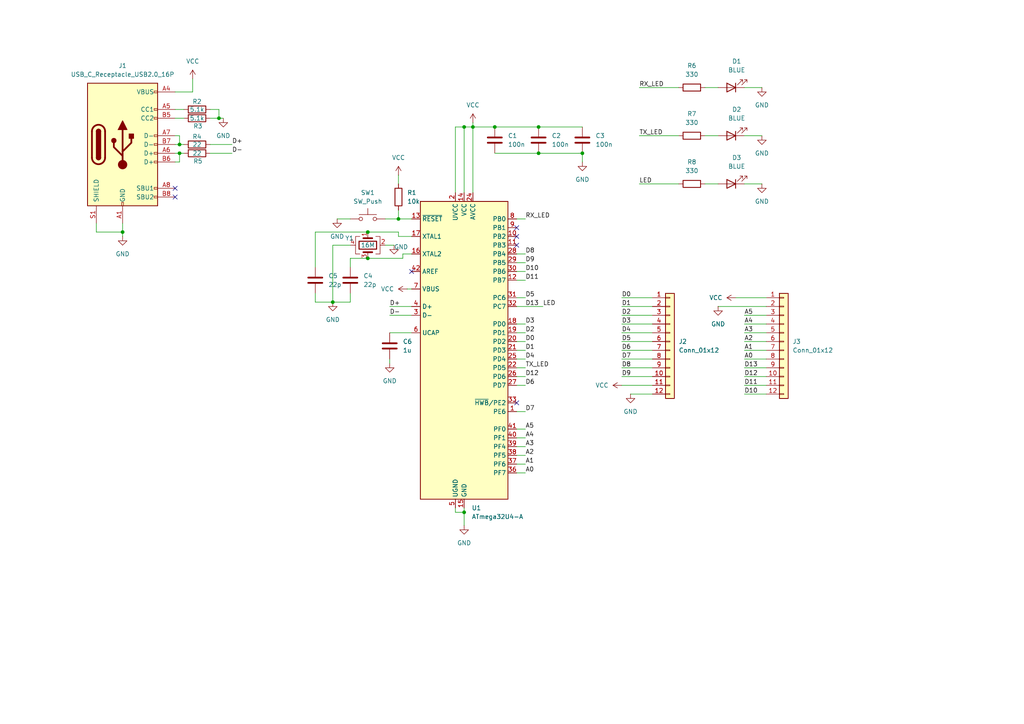
<source format=kicad_sch>
(kicad_sch (version 20231120) (generator "eeschema") (generator_version "8.0")
  (paper "A4")
  (lib_symbols
    (symbol "Connector:USB_C_Receptacle_USB2.0_16P" (pin_names (offset 1.016))
      (property "Reference" "J" (at 0 22.225 0))
      (property "Value" "USB_C_Receptacle_USB2.0_16P" (at 0 19.685 0))
      (symbol "USB_C_Receptacle_USB2.0_16P_0_0"
        (rectangle (start -0.254 -17.78) (end 0.254 -16.764))
        (rectangle (start 10.16 -14.986) (end 9.144 -15.494))
        (rectangle (start 10.16 -12.446) (end 9.144 -12.954))
        (rectangle (start 10.16 -4.826) (end 9.144 -5.334))
        (rectangle (start 10.16 -2.286) (end 9.144 -2.794))
        (rectangle (start 10.16 0.254) (end 9.144 -0.254))
        (rectangle (start 10.16 2.794) (end 9.144 2.286))
        (rectangle (start 10.16 7.874) (end 9.144 7.366))
        (rectangle (start 10.16 10.414) (end 9.144 9.906))
        (rectangle (start 10.16 15.494) (end 9.144 14.986))
      )
      (symbol "USB_C_Receptacle_USB2.0_16P_0_1"
        (rectangle (start -10.16 17.78) (end 10.16 -17.78) (stroke (width 0.254)) (fill (type background)))
        (arc (start -8.89 -3.81) (mid -6.985 -5.7067) (end -5.08 -3.81) (stroke (width 0.508)))
        (arc (start -7.62 -3.81) (mid -6.985 -4.4423) (end -6.35 -3.81) (stroke (width 0.254)))
        (arc (start -7.62 -3.81) (mid -6.985 -4.4423) (end -6.35 -3.81) (stroke (width 0.254)) (fill (type outline)))
        (rectangle (start -7.62 -3.81) (end -6.35 3.81) (stroke (width 0.254)) (fill (type outline)))
        (arc (start -6.35 3.81) (mid -6.985 4.4423) (end -7.62 3.81) (stroke (width 0.254)))
        (arc (start -6.35 3.81) (mid -6.985 4.4423) (end -7.62 3.81) (stroke (width 0.254)) (fill (type outline)))
        (arc (start -5.08 3.81) (mid -6.985 5.7067) (end -8.89 3.81) (stroke (width 0.508)))
        (circle (center -2.54 1.143) (radius 0.635) (stroke (width 0.254)) (fill (type outline)))
        (circle (center 0 -5.842) (radius 1.27) (fill (type outline)))
        (polyline (pts (xy -8.89 -3.81) (xy -8.89 3.81)) (stroke (width 0.508)))
        (polyline (pts (xy -5.08 3.81) (xy -5.08 -3.81)) (stroke (width 0.508)))
        (polyline (pts (xy 0 -5.842) (xy 0 4.318)) (stroke (width 0.508)))
        (polyline (pts (xy 0 -3.302) (xy -2.54 -0.762) (xy -2.54 0.508)) (stroke (width 0.508)))
        (polyline (pts (xy 0 -2.032) (xy 2.54 0.508) (xy 2.54 1.778)) (stroke (width 0.508)))
        (polyline (pts (xy -1.27 4.318) (xy 0 6.858) (xy 1.27 4.318) (xy -1.27 4.318)) (stroke (width 0.254)) (fill (type outline)))
        (rectangle (start 1.905 1.778) (end 3.175 3.048) (stroke (width 0.254)) (fill (type outline)))
      )
      (symbol "USB_C_Receptacle_USB2.0_16P_1_1"
        (pin passive line (at 0 -22.86 90) (length 5.08) (name "GND") (number "A1"))
        (pin passive line (at 0 -22.86 90) (length 5.08) hide (name "GND") (number "A12"))
        (pin passive line (at 15.24 15.24 180) (length 5.08) (name "VBUS") (number "A4"))
        (pin bidirectional line (at 15.24 10.16 180) (length 5.08) (name "CC1") (number "A5"))
        (pin bidirectional line (at 15.24 -2.54 180) (length 5.08) (name "D+") (number "A6"))
        (pin bidirectional line (at 15.24 2.54 180) (length 5.08) (name "D-") (number "A7"))
        (pin bidirectional line (at 15.24 -12.7 180) (length 5.08) (name "SBU1") (number "A8"))
        (pin passive line (at 15.24 15.24 180) (length 5.08) hide (name "VBUS") (number "A9"))
        (pin passive line (at 0 -22.86 90) (length 5.08) hide (name "GND") (number "B1"))
        (pin passive line (at 0 -22.86 90) (length 5.08) hide (name "GND") (number "B12"))
        (pin passive line (at 15.24 15.24 180) (length 5.08) hide (name "VBUS") (number "B4"))
        (pin bidirectional line (at 15.24 7.62 180) (length 5.08) (name "CC2") (number "B5"))
        (pin bidirectional line (at 15.24 -5.08 180) (length 5.08) (name "D+") (number "B6"))
        (pin bidirectional line (at 15.24 0 180) (length 5.08) (name "D-") (number "B7"))
        (pin bidirectional line (at 15.24 -15.24 180) (length 5.08) (name "SBU2") (number "B8"))
        (pin passive line (at 15.24 15.24 180) (length 5.08) hide (name "VBUS") (number "B9"))
        (pin passive line (at -7.62 -22.86 90) (length 5.08) (name "SHIELD") (number "S1"))
      )
    )
    (symbol "Connector_Generic:Conn_01x12" (pin_names (offset 1.016) hide)
      (property "Reference" "J" (at 0 15.24 0))
      (property "Value" "Conn_01x12" (at 0 -17.78 0))
      (symbol "Conn_01x12_1_1"
        (rectangle (start -1.27 -15.113) (end 0 -15.367) (stroke (width 0.1524)))
        (rectangle (start -1.27 -12.573) (end 0 -12.827) (stroke (width 0.1524)))
        (rectangle (start -1.27 -10.033) (end 0 -10.287) (stroke (width 0.1524)))
        (rectangle (start -1.27 -7.493) (end 0 -7.747) (stroke (width 0.1524)))
        (rectangle (start -1.27 -4.953) (end 0 -5.207) (stroke (width 0.1524)))
        (rectangle (start -1.27 -2.413) (end 0 -2.667) (stroke (width 0.1524)))
        (rectangle (start -1.27 0.127) (end 0 -0.127) (stroke (width 0.1524)))
        (rectangle (start -1.27 2.667) (end 0 2.413) (stroke (width 0.1524)))
        (rectangle (start -1.27 5.207) (end 0 4.953) (stroke (width 0.1524)))
        (rectangle (start -1.27 7.747) (end 0 7.493) (stroke (width 0.1524)))
        (rectangle (start -1.27 10.287) (end 0 10.033) (stroke (width 0.1524)))
        (rectangle (start -1.27 12.827) (end 0 12.573) (stroke (width 0.1524)))
        (rectangle (start -1.27 13.97) (end 1.27 -16.51) (stroke (width 0.254)) (fill (type background)))
        (pin passive line (at -5.08 12.7 0) (length 3.81) (name "Pin_1") (number "1"))
        (pin passive line (at -5.08 -10.16 0) (length 3.81) (name "Pin_10") (number "10"))
        (pin passive line (at -5.08 -12.7 0) (length 3.81) (name "Pin_11") (number "11"))
        (pin passive line (at -5.08 -15.24 0) (length 3.81) (name "Pin_12") (number "12"))
        (pin passive line (at -5.08 10.16 0) (length 3.81) (name "Pin_2") (number "2"))
        (pin passive line (at -5.08 7.62 0) (length 3.81) (name "Pin_3") (number "3"))
        (pin passive line (at -5.08 5.08 0) (length 3.81) (name "Pin_4") (number "4"))
        (pin passive line (at -5.08 2.54 0) (length 3.81) (name "Pin_5") (number "5"))
        (pin passive line (at -5.08 0 0) (length 3.81) (name "Pin_6") (number "6"))
        (pin passive line (at -5.08 -2.54 0) (length 3.81) (name "Pin_7") (number "7"))
        (pin passive line (at -5.08 -5.08 0) (length 3.81) (name "Pin_8") (number "8"))
        (pin passive line (at -5.08 -7.62 0) (length 3.81) (name "Pin_9") (number "9"))
      )
    )
    (symbol "Device:C" (pin_numbers hide) (pin_names (offset 0.254))
      (property "Reference" "C" (at 0.635 2.54 0))
      (property "Value" "C" (at 0.635 -2.54 0))
      (symbol "C_0_1"
        (polyline (pts (xy -2.032 -0.762) (xy 2.032 -0.762)) (stroke (width 0.508)))
        (polyline (pts (xy -2.032 0.762) (xy 2.032 0.762)) (stroke (width 0.508)))
      )
      (symbol "C_1_1"
        (pin passive line (at 0 3.81 270) (length 2.794) (name "~") (number "1"))
        (pin passive line (at 0 -3.81 90) (length 2.794) (name "~") (number "2"))
      )
    )
    (symbol "Device:Crystal_GND24" (pin_names (offset 1.016) hide)
      (property "Reference" "Y" (at 3.175 5.08 0))
      (property "Value" "Crystal_GND24" (at 3.175 3.175 0))
      (symbol "Crystal_GND24_0_1"
        (rectangle (start -1.143 2.54) (end 1.143 -2.54) (stroke (width 0.3048)))
        (polyline (pts (xy -2.54 0) (xy -2.032 0)))
        (polyline (pts (xy -2.032 -1.27) (xy -2.032 1.27)) (stroke (width 0.508)))
        (polyline (pts (xy 0 -3.81) (xy 0 -3.556)))
        (polyline (pts (xy 0 3.556) (xy 0 3.81)))
        (polyline (pts (xy 2.032 -1.27) (xy 2.032 1.27)) (stroke (width 0.508)))
        (polyline (pts (xy 2.032 0) (xy 2.54 0)))
        (polyline (pts (xy -2.54 -2.286) (xy -2.54 -3.556) (xy 2.54 -3.556) (xy 2.54 -2.286)))
        (polyline (pts (xy -2.54 2.286) (xy -2.54 3.556) (xy 2.54 3.556) (xy 2.54 2.286)))
      )
      (symbol "Crystal_GND24_1_1"
        (pin passive line (at -3.81 0 0) (length 1.27) (name "1") (number "1"))
        (pin passive line (at 0 5.08 270) (length 1.27) (name "2") (number "2"))
        (pin passive line (at 3.81 0 180) (length 1.27) (name "3") (number "3"))
        (pin passive line (at 0 -5.08 90) (length 1.27) (name "4") (number "4"))
      )
    )
    (symbol "Device:LED" (pin_numbers hide) (pin_names (offset 1.016) hide)
      (property "Reference" "D" (at 0 2.54 0))
      (property "Value" "LED" (at 0 -2.54 0))
      (symbol "LED_0_1"
        (polyline (pts (xy -1.27 -1.27) (xy -1.27 1.27)) (stroke (width 0.254)))
        (polyline (pts (xy -1.27 0) (xy 1.27 0)))
        (polyline (pts (xy 1.27 -1.27) (xy 1.27 1.27) (xy -1.27 0) (xy 1.27 -1.27)) (stroke (width 0.254)))
        (polyline (pts (xy -3.048 -0.762) (xy -4.572 -2.286) (xy -3.81 -2.286) (xy -4.572 -2.286) (xy -4.572 -1.524)))
        (polyline (pts (xy -1.778 -0.762) (xy -3.302 -2.286) (xy -2.54 -2.286) (xy -3.302 -2.286) (xy -3.302 -1.524)))
      )
      (symbol "LED_1_1"
        (pin passive line (at -3.81 0 0) (length 2.54) (name "K") (number "1"))
        (pin passive line (at 3.81 0 180) (length 2.54) (name "A") (number "2"))
      )
    )
    (symbol "Device:R" (pin_numbers hide) (pin_names (offset 0))
      (property "Reference" "R" (at 2.032 0 90))
      (property "Value" "R" (at 0 0 90))
      (symbol "R_0_1"
        (rectangle (start -1.016 -2.54) (end 1.016 2.54) (stroke (width 0.254)))
      )
      (symbol "R_1_1"
        (pin passive line (at 0 3.81 270) (length 1.27) (name "~") (number "1"))
        (pin passive line (at 0 -3.81 90) (length 1.27) (name "~") (number "2"))
      )
    )
    (symbol "MCU_Microchip_ATmega:ATmega32U4-A"
      (property "Reference" "U" (at -12.7 44.45 0))
      (property "Value" "ATmega32U4-A" (at 2.54 -44.45 0))
      (symbol "ATmega32U4-A_0_1"
        (rectangle (start -12.7 -43.18) (end 12.7 43.18) (stroke (width 0.254)) (fill (type background)))
      )
      (symbol "ATmega32U4-A_1_1"
        (pin bidirectional line (at 15.24 -17.78 180) (length 2.54) (name "PE6") (number "1"))
        (pin bidirectional line (at 15.24 33.02 180) (length 2.54) (name "PB2") (number "10"))
        (pin bidirectional line (at 15.24 30.48 180) (length 2.54) (name "PB3") (number "11"))
        (pin bidirectional line (at 15.24 20.32 180) (length 2.54) (name "PB7") (number "12"))
        (pin input line (at -15.24 38.1 0) (length 2.54) (name "~{RESET}") (number "13"))
        (pin power_in line (at 0 45.72 270) (length 2.54) (name "VCC") (number "14"))
        (pin power_in line (at 0 -45.72 90) (length 2.54) (name "GND") (number "15"))
        (pin output line (at -15.24 27.94 0) (length 2.54) (name "XTAL2") (number "16"))
        (pin input line (at -15.24 33.02 0) (length 2.54) (name "XTAL1") (number "17"))
        (pin bidirectional line (at 15.24 7.62 180) (length 2.54) (name "PD0") (number "18"))
        (pin bidirectional line (at 15.24 5.08 180) (length 2.54) (name "PD1") (number "19"))
        (pin power_in line (at -2.54 45.72 270) (length 2.54) (name "UVCC") (number "2"))
        (pin bidirectional line (at 15.24 2.54 180) (length 2.54) (name "PD2") (number "20"))
        (pin bidirectional line (at 15.24 0 180) (length 2.54) (name "PD3") (number "21"))
        (pin bidirectional line (at 15.24 -5.08 180) (length 2.54) (name "PD5") (number "22"))
        (pin passive line (at 0 -45.72 90) (length 2.54) hide (name "GND") (number "23"))
        (pin power_in line (at 2.54 45.72 270) (length 2.54) (name "AVCC") (number "24"))
        (pin bidirectional line (at 15.24 -2.54 180) (length 2.54) (name "PD4") (number "25"))
        (pin bidirectional line (at 15.24 -7.62 180) (length 2.54) (name "PD6") (number "26"))
        (pin bidirectional line (at 15.24 -10.16 180) (length 2.54) (name "PD7") (number "27"))
        (pin bidirectional line (at 15.24 27.94 180) (length 2.54) (name "PB4") (number "28"))
        (pin bidirectional line (at 15.24 25.4 180) (length 2.54) (name "PB5") (number "29"))
        (pin bidirectional line (at -15.24 10.16 0) (length 2.54) (name "D-") (number "3"))
        (pin bidirectional line (at 15.24 22.86 180) (length 2.54) (name "PB6") (number "30"))
        (pin bidirectional line (at 15.24 15.24 180) (length 2.54) (name "PC6") (number "31"))
        (pin bidirectional line (at 15.24 12.7 180) (length 2.54) (name "PC7") (number "32"))
        (pin bidirectional line (at 15.24 -15.24 180) (length 2.54) (name "~{HWB}/PE2") (number "33"))
        (pin passive line (at 0 45.72 270) (length 2.54) hide (name "VCC") (number "34"))
        (pin passive line (at 0 -45.72 90) (length 2.54) hide (name "GND") (number "35"))
        (pin bidirectional line (at 15.24 -35.56 180) (length 2.54) (name "PF7") (number "36"))
        (pin bidirectional line (at 15.24 -33.02 180) (length 2.54) (name "PF6") (number "37"))
        (pin bidirectional line (at 15.24 -30.48 180) (length 2.54) (name "PF5") (number "38"))
        (pin bidirectional line (at 15.24 -27.94 180) (length 2.54) (name "PF4") (number "39"))
        (pin bidirectional line (at -15.24 12.7 0) (length 2.54) (name "D+") (number "4"))
        (pin bidirectional line (at 15.24 -25.4 180) (length 2.54) (name "PF1") (number "40"))
        (pin bidirectional line (at 15.24 -22.86 180) (length 2.54) (name "PF0") (number "41"))
        (pin passive line (at -15.24 22.86 0) (length 2.54) (name "AREF") (number "42"))
        (pin passive line (at 0 -45.72 90) (length 2.54) hide (name "GND") (number "43"))
        (pin passive line (at 2.54 45.72 270) (length 2.54) hide (name "AVCC") (number "44"))
        (pin passive line (at -2.54 -45.72 90) (length 2.54) (name "UGND") (number "5"))
        (pin passive line (at -15.24 5.08 0) (length 2.54) (name "UCAP") (number "6"))
        (pin input line (at -15.24 17.78 0) (length 2.54) (name "VBUS") (number "7"))
        (pin bidirectional line (at 15.24 38.1 180) (length 2.54) (name "PB0") (number "8"))
        (pin bidirectional line (at 15.24 35.56 180) (length 2.54) (name "PB1") (number "9"))
      )
    )
    (symbol "Switch:SW_Push" (pin_numbers hide) (pin_names (offset 1.016) hide)
      (property "Reference" "SW" (at 1.27 2.54 0))
      (property "Value" "SW_Push" (at 0 -1.524 0))
      (symbol "SW_Push_0_1"
        (circle (center -2.032 0) (radius 0.508))
        (polyline (pts (xy 0 1.27) (xy 0 3.048)))
        (polyline (pts (xy 2.54 1.27) (xy -2.54 1.27)))
        (circle (center 2.032 0) (radius 0.508))
        (pin passive line (at -5.08 0 0) (length 2.54) (name "1") (number "1"))
        (pin passive line (at 5.08 0 180) (length 2.54) (name "2") (number "2"))
      )
    )
    (symbol "power:GND" (power) (pin_numbers hide) (pin_names (offset 0) hide)
      (property "Value" "GND" (at 0 -3.81 0))
      (symbol "GND_0_1"
        (polyline (pts (xy 0 0) (xy 0 -1.27) (xy 1.27 -1.27) (xy 0 -2.54) (xy -1.27 -1.27) (xy 0 -1.27)))
      )
      (symbol "GND_1_1"
        (pin power_in line (at 0 0 270) (length 0) (name "~") (number "1"))
      )
    )
    (symbol "power:VCC" (power) (pin_numbers hide) (pin_names (offset 0) hide)
      (property "Value" "VCC" (at 0 3.556 0))
      (symbol "VCC_0_1"
        (polyline (pts (xy -0.762 1.27) (xy 0 2.54)))
        (polyline (pts (xy 0 0) (xy 0 2.54)))
        (polyline (pts (xy 0 2.54) (xy 0.762 1.27)))
      )
      (symbol "VCC_1_1"
        (pin power_in line (at 0 0 90) (length 0) (name "~") (number "1"))
      )
    )
  )
  (junction (at 137.16 36.83))
  (junction (at 35.56 67.31))
  (junction (at 168.91 44.45))
  (junction (at 134.62 36.83))
  (junction (at 63.5 34.29))
  (junction (at 156.21 36.83))
  (junction (at 134.62 148.59))
  (junction (at 106.68 74.93))
  (junction (at 156.21 44.45))
  (junction (at 143.51 36.83))
  (junction (at 52.07 41.91))
  (junction (at 115.57 63.5))
  (junction (at 52.07 44.45))
  (junction (at 96.52 87.63))
  (junction (at 106.68 67.31))
  (no_connect (at 149.86 71.12))
  (no_connect (at 149.86 66.04))
  (no_connect (at 119.38 78.74))
  (no_connect (at 149.86 116.84))
  (no_connect (at 50.8 57.15))
  (no_connect (at 149.86 68.58))
  (no_connect (at 50.8 54.61))
  (wire (pts (xy 215.9 109.22) (xy 222.25 109.22)))
  (wire (pts (xy 149.86 134.62) (xy 152.4 134.62)))
  (wire (pts (xy 97.79 63.5) (xy 101.6 63.5)))
  (wire (pts (xy 149.86 88.9) (xy 157.48 88.9)))
  (wire (pts (xy 96.52 87.63) (xy 101.6 87.63)))
  (wire (pts (xy 101.6 71.12) (xy 96.52 71.12)))
  (wire (pts (xy 52.07 39.37) (xy 52.07 41.91)))
  (wire (pts (xy 143.51 44.45) (xy 156.21 44.45)))
  (wire (pts (xy 168.91 44.45) (xy 168.91 46.99)))
  (wire (pts (xy 106.68 67.31) (xy 115.57 67.31)))
  (wire (pts (xy 149.86 101.6) (xy 152.4 101.6)))
  (wire (pts (xy 215.9 91.44) (xy 222.25 91.44)))
  (wire (pts (xy 101.6 74.93) (xy 101.6 77.47)))
  (wire (pts (xy 204.47 53.34) (xy 208.28 53.34)))
  (wire (pts (xy 149.86 104.14) (xy 152.4 104.14)))
  (wire (pts (xy 96.52 71.12) (xy 96.52 87.63)))
  (wire (pts (xy 115.57 63.5) (xy 115.57 60.96)))
  (wire (pts (xy 50.8 39.37) (xy 52.07 39.37)))
  (wire (pts (xy 185.42 25.4) (xy 196.85 25.4)))
  (wire (pts (xy 180.34 86.36) (xy 189.23 86.36)))
  (wire (pts (xy 213.36 86.36) (xy 222.25 86.36)))
  (wire (pts (xy 52.07 46.99) (xy 52.07 44.45)))
  (wire (pts (xy 111.76 71.12) (xy 114.3 71.12)))
  (wire (pts (xy 215.9 101.6) (xy 222.25 101.6)))
  (wire (pts (xy 132.08 55.88) (xy 132.08 36.83)))
  (wire (pts (xy 182.88 114.3) (xy 189.23 114.3)))
  (wire (pts (xy 180.34 104.14) (xy 189.23 104.14)))
  (wire (pts (xy 115.57 67.31) (xy 115.57 68.58)))
  (wire (pts (xy 149.86 78.74) (xy 152.4 78.74)))
  (wire (pts (xy 156.21 36.83) (xy 168.91 36.83)))
  (wire (pts (xy 115.57 50.8) (xy 115.57 53.34)))
  (wire (pts (xy 52.07 44.45) (xy 53.34 44.45)))
  (wire (pts (xy 149.86 73.66) (xy 152.4 73.66)))
  (wire (pts (xy 106.68 74.93) (xy 116.84 74.93)))
  (wire (pts (xy 149.86 127) (xy 152.4 127)))
  (wire (pts (xy 60.96 31.75) (xy 63.5 31.75)))
  (wire (pts (xy 91.44 85.09) (xy 91.44 87.63)))
  (wire (pts (xy 149.86 106.68) (xy 152.4 106.68)))
  (wire (pts (xy 204.47 25.4) (xy 208.28 25.4)))
  (wire (pts (xy 91.44 67.31) (xy 91.44 77.47)))
  (wire (pts (xy 208.28 88.9) (xy 222.25 88.9)))
  (wire (pts (xy 215.9 93.98) (xy 222.25 93.98)))
  (wire (pts (xy 149.86 99.06) (xy 152.4 99.06)))
  (wire (pts (xy 204.47 39.37) (xy 208.28 39.37)))
  (wire (pts (xy 113.03 88.9) (xy 119.38 88.9)))
  (wire (pts (xy 180.34 101.6) (xy 189.23 101.6)))
  (wire (pts (xy 27.94 64.77) (xy 27.94 67.31)))
  (wire (pts (xy 101.6 87.63) (xy 101.6 85.09)))
  (wire (pts (xy 180.34 88.9) (xy 189.23 88.9)))
  (wire (pts (xy 91.44 87.63) (xy 96.52 87.63)))
  (wire (pts (xy 149.86 81.28) (xy 152.4 81.28)))
  (wire (pts (xy 137.16 36.83) (xy 143.51 36.83)))
  (wire (pts (xy 27.94 67.31) (xy 35.56 67.31)))
  (wire (pts (xy 134.62 36.83) (xy 137.16 36.83)))
  (wire (pts (xy 50.8 46.99) (xy 52.07 46.99)))
  (wire (pts (xy 149.86 96.52) (xy 152.4 96.52)))
  (wire (pts (xy 118.11 83.82) (xy 119.38 83.82)))
  (wire (pts (xy 132.08 148.59) (xy 134.62 148.59)))
  (wire (pts (xy 149.86 109.22) (xy 152.4 109.22)))
  (wire (pts (xy 50.8 31.75) (xy 53.34 31.75)))
  (wire (pts (xy 180.34 91.44) (xy 189.23 91.44)))
  (wire (pts (xy 149.86 137.16) (xy 152.4 137.16)))
  (wire (pts (xy 215.9 111.76) (xy 222.25 111.76)))
  (wire (pts (xy 143.51 36.83) (xy 156.21 36.83)))
  (wire (pts (xy 91.44 67.31) (xy 106.68 67.31)))
  (wire (pts (xy 215.9 96.52) (xy 222.25 96.52)))
  (wire (pts (xy 132.08 36.83) (xy 134.62 36.83)))
  (wire (pts (xy 35.56 67.31) (xy 35.56 64.77)))
  (wire (pts (xy 132.08 147.32) (xy 132.08 148.59)))
  (wire (pts (xy 134.62 36.83) (xy 134.62 55.88)))
  (wire (pts (xy 149.86 124.46) (xy 152.4 124.46)))
  (wire (pts (xy 180.34 111.76) (xy 189.23 111.76)))
  (wire (pts (xy 215.9 25.4) (xy 220.98 25.4)))
  (wire (pts (xy 185.42 53.34) (xy 196.85 53.34)))
  (wire (pts (xy 134.62 147.32) (xy 134.62 148.59)))
  (wire (pts (xy 119.38 73.66) (xy 116.84 73.66)))
  (wire (pts (xy 55.88 26.67) (xy 55.88 22.86)))
  (wire (pts (xy 156.21 44.45) (xy 168.91 44.45)))
  (wire (pts (xy 180.34 106.68) (xy 189.23 106.68)))
  (wire (pts (xy 185.42 39.37) (xy 196.85 39.37)))
  (wire (pts (xy 149.86 132.08) (xy 152.4 132.08)))
  (wire (pts (xy 50.8 34.29) (xy 53.34 34.29)))
  (wire (pts (xy 60.96 41.91) (xy 67.31 41.91)))
  (wire (pts (xy 50.8 41.91) (xy 52.07 41.91)))
  (wire (pts (xy 149.86 129.54) (xy 152.4 129.54)))
  (wire (pts (xy 116.84 73.66) (xy 116.84 74.93)))
  (wire (pts (xy 60.96 34.29) (xy 63.5 34.29)))
  (wire (pts (xy 115.57 68.58) (xy 119.38 68.58)))
  (wire (pts (xy 215.9 53.34) (xy 220.98 53.34)))
  (wire (pts (xy 52.07 41.91) (xy 53.34 41.91)))
  (wire (pts (xy 180.34 99.06) (xy 189.23 99.06)))
  (wire (pts (xy 215.9 39.37) (xy 220.98 39.37)))
  (wire (pts (xy 63.5 31.75) (xy 63.5 34.29)))
  (wire (pts (xy 149.86 111.76) (xy 152.4 111.76)))
  (wire (pts (xy 215.9 104.14) (xy 222.25 104.14)))
  (wire (pts (xy 137.16 36.83) (xy 137.16 55.88)))
  (wire (pts (xy 215.9 106.68) (xy 222.25 106.68)))
  (wire (pts (xy 180.34 109.22) (xy 189.23 109.22)))
  (wire (pts (xy 113.03 91.44) (xy 119.38 91.44)))
  (wire (pts (xy 50.8 44.45) (xy 52.07 44.45)))
  (wire (pts (xy 149.86 63.5) (xy 152.4 63.5)))
  (wire (pts (xy 101.6 74.93) (xy 106.68 74.93)))
  (wire (pts (xy 215.9 114.3) (xy 222.25 114.3)))
  (wire (pts (xy 60.96 44.45) (xy 67.31 44.45)))
  (wire (pts (xy 113.03 96.52) (xy 119.38 96.52)))
  (wire (pts (xy 119.38 63.5) (xy 115.57 63.5)))
  (wire (pts (xy 137.16 35.56) (xy 137.16 36.83)))
  (wire (pts (xy 111.76 63.5) (xy 115.57 63.5)))
  (wire (pts (xy 35.56 67.31) (xy 35.56 68.58)))
  (wire (pts (xy 149.86 76.2) (xy 152.4 76.2)))
  (wire (pts (xy 134.62 148.59) (xy 134.62 152.4)))
  (wire (pts (xy 149.86 93.98) (xy 152.4 93.98)))
  (wire (pts (xy 149.86 119.38) (xy 152.4 119.38)))
  (wire (pts (xy 180.34 96.52) (xy 189.23 96.52)))
  (wire (pts (xy 113.03 104.14) (xy 113.03 105.41)))
  (wire (pts (xy 63.5 34.29) (xy 64.77 34.29)))
  (wire (pts (xy 149.86 86.36) (xy 152.4 86.36)))
  (wire (pts (xy 50.8 26.67) (xy 55.88 26.67)))
  (wire (pts (xy 215.9 99.06) (xy 222.25 99.06)))
  (wire (pts (xy 180.34 93.98) (xy 189.23 93.98)))
  (label "RX_LED" (at 152.4 63.5 0))
  (label "D0" (at 180.34 86.36 0))
  (label "D9" (at 180.34 109.22 0))
  (label "D6" (at 180.34 101.6 0))
  (label "LED" (at 157.48 88.9 0))
  (label "D1" (at 180.34 88.9 0))
  (label "D13" (at 152.4 88.9 0))
  (label "A0" (at 215.9 104.14 0))
  (label "D12" (at 215.9 109.22 0))
  (label "A1" (at 152.4 134.62 0))
  (label "D11" (at 152.4 81.28 0))
  (label "D2" (at 152.4 96.52 0))
  (label "D5" (at 152.4 86.36 0))
  (label "D10" (at 215.9 114.3 0))
  (label "D12" (at 152.4 109.22 0))
  (label "D4" (at 180.34 96.52 0))
  (label "A0" (at 152.4 137.16 0))
  (label "D5" (at 180.34 99.06 0))
  (label "D-" (at 113.03 91.44 0))
  (label "D7" (at 180.34 104.14 0))
  (label "D-" (at 67.31 44.45 0))
  (label "D3" (at 152.4 93.98 0))
  (label "D0" (at 152.4 99.06 0))
  (label "A4" (at 215.9 93.98 0))
  (label "TX_LED" (at 152.4 106.68 0))
  (label "TX_LED" (at 185.42 39.37 0))
  (label "D+" (at 67.31 41.91 0))
  (label "A3" (at 215.9 96.52 0))
  (label "A3" (at 152.4 129.54 0))
  (label "A5" (at 215.9 91.44 0))
  (label "D8" (at 180.34 106.68 0))
  (label "A4" (at 152.4 127 0))
  (label "A5" (at 152.4 124.46 0))
  (label "A2" (at 215.9 99.06 0))
  (label "D2" (at 180.34 91.44 0))
  (label "D8" (at 152.4 73.66 0))
  (label "A2" (at 152.4 132.08 0))
  (label "D4" (at 152.4 104.14 0))
  (label "D1" (at 152.4 101.6 0))
  (label "D+" (at 113.03 88.9 0))
  (label "LED" (at 185.42 53.34 0))
  (label "D10" (at 152.4 78.74 0))
  (label "D9" (at 152.4 76.2 0))
  (label "D7" (at 152.4 119.38 0))
  (label "D3" (at 180.34 93.98 0))
  (label "A1" (at 215.9 101.6 0))
  (label "D13" (at 215.9 106.68 0))
  (label "RX_LED" (at 185.42 25.4 0))
  (label "D6" (at 152.4 111.76 0))
  (label "D11" (at 215.9 111.76 0))
  (symbol (lib_id "Device:R") (at 57.15 34.29 90) (unit 1)
    (property "Reference" "R3" (at 57.404 36.576 90))
    (property "Value" "5.1k" (at 57.15 34.29 90))
    (property "Footprint" "Resistor_SMD:R_0402_1005Metric_Pad0.72x0.64mm_HandSolder" (effects (hide yes)))
    (property "Description" "Resistor" (effects (hide yes)))
  )
  (symbol (lib_id "power:GND") (at 182.88 114.3 0) (unit 1)
    (property "Reference" "#PWR013" (effects (hide yes)))
    (property "Value" "GND" (at 182.88 119.38 0))
    (property "Description" "Power symbol creates a global label with name \"GND\" , ground" (effects (hide yes)))
  )
  (symbol (lib_id "Device:C") (at 156.21 40.64 0) (unit 1)
    (property "Reference" "C2" (at 160.02 39.3699 0) (effects (justify left)))
    (property "Value" "100n" (at 160.02 41.9099 0) (effects (justify left)))
    (property "Footprint" "Capacitor_SMD:C_0402_1005Metric_Pad0.74x0.62mm_HandSolder" (effects (hide yes)))
    (property "Description" "Unpolarized capacitor" (effects (hide yes)))
  )
  (symbol (lib_id "power:VCC") (at 213.36 86.36 90) (unit 1)
    (property "Reference" "#PWR015" (effects (hide yes)))
    (property "Value" "VCC" (at 209.55 86.3599 90) (effects (justify left)))
    (property "Description" "Power symbol creates a global label with name \"VCC\"" (effects (hide yes)))
  )
  (symbol (lib_id "power:GND") (at 35.56 68.58 0) (unit 1)
    (property "Reference" "#PWR012" (effects (hide yes)))
    (property "Value" "GND" (at 35.56 73.66 0))
    (property "Description" "Power symbol creates a global label with name \"GND\" , ground" (effects (hide yes)))
  )
  (symbol (lib_id "power:GND") (at 134.62 152.4 0) (unit 1)
    (property "Reference" "#PWR04" (effects (hide yes)))
    (property "Value" "GND" (at 134.62 157.48 0))
    (property "Description" "Power symbol creates a global label with name \"GND\" , ground" (effects (hide yes)))
  )
  (symbol (lib_id "power:GND") (at 168.91 46.99 0) (unit 1)
    (property "Reference" "#PWR02" (effects (hide yes)))
    (property "Value" "GND" (at 168.91 52.07 0))
    (property "Description" "Power symbol creates a global label with name \"GND\" , ground" (effects (hide yes)))
  )
  (symbol (lib_id "Device:Crystal_GND24") (at 106.68 71.12 270) (unit 1)
    (property "Reference" "Y1" (at 101.346 69.088 90))
    (property "Value" "16M" (at 106.68 71.12 90))
    (property "Footprint" "Crystal:Crystal_SMD_2520-4Pin_2.5x2.0mm" (effects (hide yes)))
    (property "Description" "Four pin crystal, GND on pins 2 and 4" (effects (hide yes)))
  )
  (symbol (lib_id "power:GND") (at 220.98 25.4 0) (unit 1)
    (property "Reference" "#PWR017" (effects (hide yes)))
    (property "Value" "GND" (at 220.98 30.48 0))
    (property "Description" "Power symbol creates a global label with name \"GND\" , ground" (effects (hide yes)))
  )
  (symbol (lib_id "power:GND") (at 114.3 71.12 0) (unit 1)
    (property "Reference" "#PWR07" (effects (hide yes)))
    (property "Value" "GND" (at 116.332 71.628 0))
    (property "Description" "Power symbol creates a global label with name \"GND\" , ground" (effects (hide yes)))
  )
  (symbol (lib_id "Device:LED") (at 212.09 25.4 180) (unit 1)
    (property "Reference" "D1" (at 213.6775 17.78 0))
    (property "Value" "BLUE" (at 213.6775 20.32 0))
    (property "Footprint" "LED_SMD:LED_0402_1005Metric" (effects (hide yes)))
    (property "Description" "Light emitting diode" (effects (hide yes)))
  )
  (symbol (lib_id "Connector:USB_C_Receptacle_USB2.0_16P") (at 35.56 41.91 0) (unit 1)
    (property "Reference" "J1" (at 35.56 19.05 0))
    (property "Value" "USB_C_Receptacle_USB2.0_16P" (at 35.56 21.59 0))
    (property "Footprint" "Connector_USB:USB_C_Receptacle_GCT_USB4105-xx-A_16P_TopMnt_Horizontal" (effects (hide yes)))
    (property "Datasheet" "https://www.usb.org/sites/default/files/documents/usb_type-c.zip" (effects (hide yes)))
    (property "Description" "USB 2.0-only 16P Type-C Receptacle connector" (effects (hide yes)))
  )
  (symbol (lib_id "Device:LED") (at 212.09 53.34 180) (unit 1)
    (property "Reference" "D3" (at 213.6775 45.72 0))
    (property "Value" "BLUE" (at 213.6775 48.26 0))
    (property "Footprint" "LED_SMD:LED_0402_1005Metric" (effects (hide yes)))
    (property "Description" "Light emitting diode" (effects (hide yes)))
  )
  (symbol (lib_id "power:GND") (at 97.79 63.5 0) (unit 1)
    (property "Reference" "#PWR05" (effects (hide yes)))
    (property "Value" "GND" (at 97.79 68.58 0))
    (property "Description" "Power symbol creates a global label with name \"GND\" , ground" (effects (hide yes)))
  )
  (symbol (lib_id "power:VCC") (at 55.88 22.86 0) (unit 1)
    (property "Reference" "#PWR010" (effects (hide yes)))
    (property "Value" "VCC" (at 55.88 17.78 0))
    (property "Description" "Power symbol creates a global label with name \"VCC\"" (effects (hide yes)))
  )
  (symbol (lib_id "power:VCC") (at 115.57 50.8 0) (unit 1)
    (property "Reference" "#PWR03" (effects (hide yes)))
    (property "Value" "VCC" (at 115.57 45.72 0))
    (property "Description" "Power symbol creates a global label with name \"VCC\"" (effects (hide yes)))
  )
  (symbol (lib_id "Device:C") (at 91.44 81.28 0) (unit 1)
    (property "Reference" "C5" (at 95.25 80.0099 0) (effects (justify left)))
    (property "Value" "22p" (at 95.25 82.5499 0) (effects (justify left)))
    (property "Footprint" "Capacitor_SMD:C_0402_1005Metric" (effects (hide yes)))
    (property "Description" "Unpolarized capacitor" (effects (hide yes)))
  )
  (symbol (lib_id "Device:C") (at 101.6 81.28 0) (unit 1)
    (property "Reference" "C4" (at 105.41 80.0099 0) (effects (justify left)))
    (property "Value" "22p" (at 105.41 82.5499 0) (effects (justify left)))
    (property "Footprint" "Capacitor_SMD:C_0402_1005Metric" (effects (hide yes)))
    (property "Description" "Unpolarized capacitor" (effects (hide yes)))
  )
  (symbol (lib_id "Device:C") (at 143.51 40.64 0) (unit 1)
    (property "Reference" "C1" (at 147.32 39.3699 0) (effects (justify left)))
    (property "Value" "100n" (at 147.32 41.9099 0) (effects (justify left)))
    (property "Footprint" "Capacitor_SMD:C_0402_1005Metric_Pad0.74x0.62mm_HandSolder" (effects (hide yes)))
    (property "Description" "Unpolarized capacitor" (effects (hide yes)))
  )
  (symbol (lib_id "Device:R") (at 57.15 41.91 90) (unit 1)
    (property "Reference" "R4" (at 57.15 39.624 90))
    (property "Value" "22" (at 57.15 41.91 90))
    (property "Footprint" "Resistor_SMD:R_0402_1005Metric_Pad0.72x0.64mm_HandSolder" (effects (hide yes)))
    (property "Description" "Resistor" (effects (hide yes)))
  )
  (symbol (lib_id "Device:R") (at 200.66 53.34 90) (unit 1)
    (property "Reference" "R8" (at 200.66 46.99 90))
    (property "Value" "330" (at 200.66 49.53 90))
    (property "Footprint" "Resistor_SMD:R_0402_1005Metric" (effects (hide yes)))
    (property "Description" "Resistor" (effects (hide yes)))
  )
  (symbol (lib_id "Device:R") (at 115.57 57.15 0) (unit 1)
    (property "Reference" "R1" (at 118.11 55.8799 0) (effects (justify left)))
    (property "Value" "10k" (at 118.11 58.4199 0) (effects (justify left)))
    (property "Footprint" "Resistor_SMD:R_0402_1005Metric" (effects (hide yes)))
    (property "Description" "Resistor" (effects (hide yes)))
  )
  (symbol (lib_id "power:GND") (at 96.52 87.63 0) (unit 1)
    (property "Reference" "#PWR06" (effects (hide yes)))
    (property "Value" "GND" (at 96.52 92.71 0))
    (property "Description" "Power symbol creates a global label with name \"GND\" , ground" (effects (hide yes)))
  )
  (symbol (lib_id "power:GND") (at 220.98 53.34 0) (unit 1)
    (property "Reference" "#PWR019" (effects (hide yes)))
    (property "Value" "GND" (at 220.98 58.42 0))
    (property "Description" "Power symbol creates a global label with name \"GND\" , ground" (effects (hide yes)))
  )
  (symbol (lib_id "Connector_Generic:Conn_01x12") (at 194.31 99.06 0) (unit 1)
    (property "Reference" "J2" (at 196.85 99.0599 0) (effects (justify left)))
    (property "Value" "Conn_01x12" (at 196.85 101.5999 0) (effects (justify left)))
    (property "Footprint" "Connector_PinHeader_2.54mm:PinHeader_1x12_P2.54mm_Vertical" (effects (hide yes)))
    (property "Description" "Generic connector, single row, 01x12, script generated (kicad-library-utils/schlib/autogen/connector/)" (effects (hide yes)))
  )
  (symbol (lib_id "Device:C") (at 168.91 40.64 0) (unit 1)
    (property "Reference" "C3" (at 172.72 39.3699 0) (effects (justify left)))
    (property "Value" "100n" (at 172.72 41.9099 0) (effects (justify left)))
    (property "Footprint" "Capacitor_SMD:C_0402_1005Metric_Pad0.74x0.62mm_HandSolder" (effects (hide yes)))
    (property "Description" "Unpolarized capacitor" (effects (hide yes)))
  )
  (symbol (lib_id "Switch:SW_Push") (at 106.68 63.5 0) (unit 1)
    (property "Reference" "SW1" (at 106.68 55.88 0))
    (property "Value" "SW_Push" (at 106.68 58.42 0))
    (property "Footprint" "Button_Switch_SMD:SW_Push_1P1T_NO_CK_KMR2" (effects (hide yes)))
    (property "Description" "Push button switch, generic, two pins" (effects (hide yes)))
  )
  (symbol (lib_id "power:GND") (at 208.28 88.9 0) (unit 1)
    (property "Reference" "#PWR016" (effects (hide yes)))
    (property "Value" "GND" (at 208.28 93.98 0))
    (property "Description" "Power symbol creates a global label with name \"GND\" , ground" (effects (hide yes)))
  )
  (symbol (lib_id "power:VCC") (at 137.16 35.56 0) (unit 1)
    (property "Reference" "#PWR01" (effects (hide yes)))
    (property "Value" "VCC" (at 137.16 30.48 0))
    (property "Description" "Power symbol creates a global label with name \"VCC\"" (effects (hide yes)))
  )
  (symbol (lib_id "power:GND") (at 64.77 34.29 0) (unit 1)
    (property "Reference" "#PWR011" (effects (hide yes)))
    (property "Value" "GND" (at 64.77 39.37 0))
    (property "Description" "Power symbol creates a global label with name \"GND\" , ground" (effects (hide yes)))
  )
  (symbol (lib_id "power:GND") (at 113.03 105.41 0) (unit 1)
    (property "Reference" "#PWR09" (effects (hide yes)))
    (property "Value" "GND" (at 113.03 110.49 0))
    (property "Description" "Power symbol creates a global label with name \"GND\" , ground" (effects (hide yes)))
  )
  (symbol (lib_id "power:VCC") (at 118.11 83.82 90) (unit 1)
    (property "Reference" "#PWR08" (effects (hide yes)))
    (property "Value" "VCC" (at 114.3 83.8199 90) (effects (justify left)))
    (property "Description" "Power symbol creates a global label with name \"VCC\"" (effects (hide yes)))
  )
  (symbol (lib_id "MCU_Microchip_ATmega:ATmega32U4-A") (at 134.62 101.6 0) (unit 1)
    (property "Reference" "U1" (at 136.8141 147.32 0) (effects (justify left)))
    (property "Value" "ATmega32U4-A" (at 136.8141 149.86 0) (effects (justify left)))
    (property "Footprint" "Package_QFP:TQFP-44_10x10mm_P0.8mm" (effects (hide yes)))
    (property "Datasheet" "http://ww1.microchip.com/downloads/en/DeviceDoc/Atmel-7766-8-bit-AVR-ATmega16U4-32U4_Datasheet.pdf" (effects (hide yes)))
    (property "Description" "16MHz, 32kB Flash, 2.5kB SRAM, 1kB EEPROM, USB 2.0, TQFP-44" (effects (hide yes)))
  )
  (symbol (lib_id "power:GND") (at 220.98 39.37 0) (unit 1)
    (property "Reference" "#PWR018" (effects (hide yes)))
    (property "Value" "GND" (at 220.98 44.45 0))
    (property "Description" "Power symbol creates a global label with name \"GND\" , ground" (effects (hide yes)))
  )
  (symbol (lib_id "Device:R") (at 200.66 39.37 90) (unit 1)
    (property "Reference" "R7" (at 200.66 33.02 90))
    (property "Value" "330" (at 200.66 35.56 90))
    (property "Footprint" "Resistor_SMD:R_0402_1005Metric" (effects (hide yes)))
    (property "Description" "Resistor" (effects (hide yes)))
  )
  (symbol (lib_id "Device:C") (at 113.03 100.33 0) (unit 1)
    (property "Reference" "C6" (at 116.84 99.0599 0) (effects (justify left)))
    (property "Value" "1u" (at 116.84 101.5999 0) (effects (justify left)))
    (property "Footprint" "Capacitor_SMD:C_0402_1005Metric" (effects (hide yes)))
    (property "Description" "Unpolarized capacitor" (effects (hide yes)))
  )
  (symbol (lib_id "Connector_Generic:Conn_01x12") (at 227.33 99.06 0) (unit 1)
    (property "Reference" "J3" (at 229.87 99.0599 0) (effects (justify left)))
    (property "Value" "Conn_01x12" (at 229.87 101.5999 0) (effects (justify left)))
    (property "Footprint" "Connector_PinHeader_2.54mm:PinHeader_1x12_P2.54mm_Vertical" (effects (hide yes)))
    (property "Description" "Generic connector, single row, 01x12, script generated (kicad-library-utils/schlib/autogen/connector/)" (effects (hide yes)))
  )
  (symbol (lib_id "Device:R") (at 200.66 25.4 90) (unit 1)
    (property "Reference" "R6" (at 200.66 19.05 90))
    (property "Value" "330" (at 200.66 21.59 90))
    (property "Footprint" "Resistor_SMD:R_0402_1005Metric" (effects (hide yes)))
    (property "Description" "Resistor" (effects (hide yes)))
  )
  (symbol (lib_id "Device:R") (at 57.15 31.75 90) (unit 1)
    (property "Reference" "R2" (at 57.15 29.464 90))
    (property "Value" "5.1k" (at 57.15 31.75 90))
    (property "Footprint" "Resistor_SMD:R_0402_1005Metric_Pad0.72x0.64mm_HandSolder" (effects (hide yes)))
    (property "Description" "Resistor" (effects (hide yes)))
  )
  (symbol (lib_id "Device:R") (at 57.15 44.45 90) (unit 1)
    (property "Reference" "R5" (at 57.404 46.736 90))
    (property "Value" "22" (at 57.15 44.45 90))
    (property "Footprint" "Resistor_SMD:R_0402_1005Metric_Pad0.72x0.64mm_HandSolder" (effects (hide yes)))
    (property "Description" "Resistor" (effects (hide yes)))
  )
  (symbol (lib_id "power:VCC") (at 180.34 111.76 90) (unit 1)
    (property "Reference" "#PWR014" (effects (hide yes)))
    (property "Value" "VCC" (at 176.53 111.7599 90) (effects (justify left)))
    (property "Description" "Power symbol creates a global label with name \"VCC\"" (effects (hide yes)))
  )
  (symbol (lib_id "Device:LED") (at 212.09 39.37 180) (unit 1)
    (property "Reference" "D2" (at 213.6775 31.75 0))
    (property "Value" "BLUE" (at 213.6775 34.29 0))
    (property "Footprint" "LED_SMD:LED_0402_1005Metric" (effects (hide yes)))
    (property "Description" "Light emitting diode" (effects (hide yes)))
  )
)
</source>
